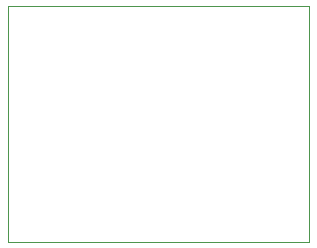
<source format=gbr>
G04 #@! TF.GenerationSoftware,KiCad,Pcbnew,(5.1.7)-1*
G04 #@! TF.CreationDate,2020-11-10T17:20:51+01:00*
G04 #@! TF.ProjectId,137_MHz_BPF_2nd_Order,3133375f-4d48-47a5-9f42-50465f326e64,rev?*
G04 #@! TF.SameCoordinates,Original*
G04 #@! TF.FileFunction,Profile,NP*
%FSLAX46Y46*%
G04 Gerber Fmt 4.6, Leading zero omitted, Abs format (unit mm)*
G04 Created by KiCad (PCBNEW (5.1.7)-1) date 2020-11-10 17:20:51*
%MOMM*%
%LPD*%
G01*
G04 APERTURE LIST*
G04 #@! TA.AperFunction,Profile*
%ADD10C,0.050000*%
G04 #@! TD*
G04 APERTURE END LIST*
D10*
X56000000Y-53500000D02*
X30500000Y-53500000D01*
X56000000Y-73500000D02*
X56000000Y-53500000D01*
X30500000Y-73500000D02*
X56000000Y-73500000D01*
X30500000Y-53500000D02*
X30500000Y-73500000D01*
M02*

</source>
